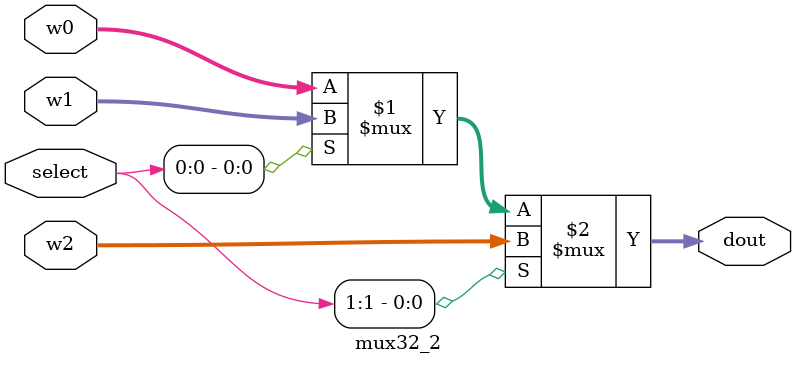
<source format=v>
module mux32_2 (
    input  [ 1:0] select,
    input  [31:0] w0,
    input  [31:0] w1,
    input  [31:0] w2,
    output [31:0] dout
);
  // select == 3 일때도 w2를 사용하도록 함
  assign dout = select[1] ? w2 : (select[0] ? w1 : w0);

endmodule

</source>
